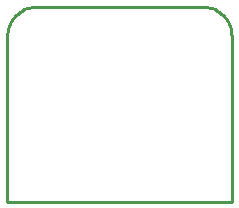
<source format=gbr>
G04 EAGLE Gerber RS-274X export*
G75*
%MOMM*%
%FSLAX34Y34*%
%LPD*%
%IN*%
%IPPOS*%
%AMOC8*
5,1,8,0,0,1.08239X$1,22.5*%
G01*
%ADD10C,0.254000*%


D10*
X0Y0D02*
X190000Y0D01*
X190000Y140000D01*
X189905Y142179D01*
X189620Y144341D01*
X189148Y146470D01*
X188492Y148551D01*
X187658Y150565D01*
X186651Y152500D01*
X185479Y154339D01*
X184151Y156070D01*
X182678Y157678D01*
X181070Y159151D01*
X179339Y160479D01*
X177500Y161651D01*
X175565Y162658D01*
X173551Y163492D01*
X171470Y164148D01*
X169341Y164620D01*
X167179Y164905D01*
X165000Y165000D01*
X25000Y165000D01*
X22821Y164905D01*
X20659Y164620D01*
X18530Y164148D01*
X16450Y163492D01*
X14435Y162658D01*
X12500Y161651D01*
X10661Y160479D01*
X8930Y159151D01*
X7322Y157678D01*
X5849Y156070D01*
X4521Y154339D01*
X3349Y152500D01*
X2342Y150565D01*
X1508Y148551D01*
X852Y146470D01*
X380Y144341D01*
X95Y142179D01*
X0Y140000D01*
X0Y0D01*
M02*

</source>
